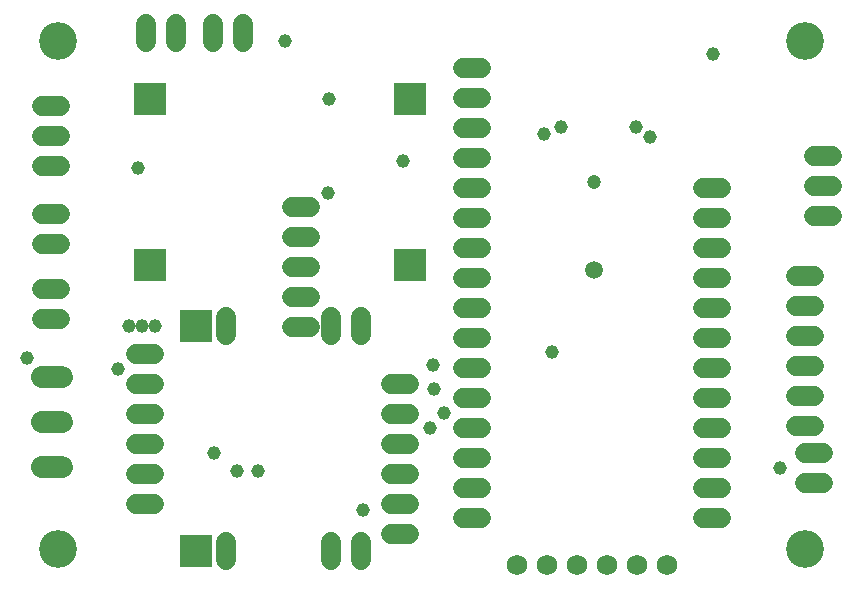
<source format=gbr>
G04 EAGLE Gerber RS-274X export*
G75*
%MOMM*%
%FSLAX34Y34*%
%LPD*%
%INSoldermask Bottom*%
%IPPOS*%
%AMOC8*
5,1,8,0,0,1.08239X$1,22.5*%
G01*
%ADD10C,1.503200*%
%ADD11C,1.203200*%
%ADD12C,1.711200*%
%ADD13R,2.743200X2.743200*%
%ADD14C,3.203200*%
%ADD15C,1.727200*%
%ADD16C,1.879600*%
%ADD17C,1.727200*%
%ADD18C,1.159600*%
%ADD19C,1.153200*%


D10*
X494900Y276200D03*
D11*
X494900Y351200D03*
D12*
X399240Y447200D02*
X384160Y447200D01*
X384160Y421800D02*
X399240Y421800D01*
X399240Y396400D02*
X384160Y396400D01*
X384160Y371000D02*
X399240Y371000D01*
X399240Y345600D02*
X384160Y345600D01*
X384160Y320200D02*
X399240Y320200D01*
X399240Y294800D02*
X384160Y294800D01*
X384160Y269400D02*
X399240Y269400D01*
X399240Y244000D02*
X384160Y244000D01*
X384160Y218600D02*
X399240Y218600D01*
X399240Y193200D02*
X384160Y193200D01*
X384160Y167800D02*
X399240Y167800D01*
X399240Y142400D02*
X384160Y142400D01*
X384160Y117000D02*
X399240Y117000D01*
X399240Y91600D02*
X384160Y91600D01*
X384160Y66200D02*
X399240Y66200D01*
X587360Y66200D02*
X602440Y66200D01*
X602440Y91600D02*
X587360Y91600D01*
X587360Y117000D02*
X602440Y117000D01*
X602440Y142400D02*
X587360Y142400D01*
X587360Y167800D02*
X602440Y167800D01*
X602440Y193200D02*
X587360Y193200D01*
X587360Y218600D02*
X602440Y218600D01*
X602440Y244000D02*
X587360Y244000D01*
X587360Y269400D02*
X602440Y269400D01*
X602440Y294800D02*
X587360Y294800D01*
X587360Y320200D02*
X602440Y320200D01*
X602440Y345600D02*
X587360Y345600D01*
X253920Y330200D02*
X238840Y330200D01*
X238840Y304800D02*
X253920Y304800D01*
X253920Y279400D02*
X238840Y279400D01*
X238840Y254000D02*
X253920Y254000D01*
X253920Y228600D02*
X238840Y228600D01*
X665560Y271780D02*
X680640Y271780D01*
X680640Y246380D02*
X665560Y246380D01*
X665560Y220980D02*
X680640Y220980D01*
X680640Y195580D02*
X665560Y195580D01*
X665560Y170180D02*
X680640Y170180D01*
X680640Y144780D02*
X665560Y144780D01*
X42440Y415056D02*
X27360Y415056D01*
X27360Y389656D02*
X42440Y389656D01*
X42440Y364256D02*
X27360Y364256D01*
X107320Y205500D02*
X122400Y205500D01*
X122400Y180100D02*
X107320Y180100D01*
X107320Y154700D02*
X122400Y154700D01*
X122400Y129300D02*
X107320Y129300D01*
X107320Y103900D02*
X122400Y103900D01*
X122400Y78500D02*
X107320Y78500D01*
X323220Y180100D02*
X338300Y180100D01*
X338300Y154700D02*
X323220Y154700D01*
X323220Y129300D02*
X338300Y129300D01*
X338300Y103900D02*
X323220Y103900D01*
X323220Y78500D02*
X338300Y78500D01*
X338300Y53100D02*
X323220Y53100D01*
X297580Y221360D02*
X297580Y236440D01*
X272180Y236440D02*
X272180Y221360D01*
X183280Y221360D02*
X183280Y236440D01*
X183280Y45940D02*
X183280Y30860D01*
X272180Y30860D02*
X272180Y45940D01*
X297580Y45940D02*
X297580Y30860D01*
D13*
X157880Y38400D03*
X157880Y228900D03*
D14*
X673000Y40000D03*
X673000Y470000D03*
X41000Y40000D03*
X41000Y470000D03*
D15*
X680636Y372892D02*
X695876Y372892D01*
X695876Y347492D02*
X680636Y347492D01*
X680636Y322092D02*
X695876Y322092D01*
D13*
X339000Y281000D03*
X339000Y421000D03*
X119000Y281000D03*
X119000Y421000D03*
D12*
X42540Y324224D02*
X27460Y324224D01*
X27460Y298824D02*
X42540Y298824D01*
X140700Y469460D02*
X140700Y484540D01*
X115300Y484540D02*
X115300Y469460D01*
X197700Y469460D02*
X197700Y484540D01*
X172300Y484540D02*
X172300Y469460D01*
X42540Y260192D02*
X27460Y260192D01*
X27460Y234792D02*
X42540Y234792D01*
D16*
X44382Y109900D02*
X27618Y109900D01*
X27618Y148000D02*
X44382Y148000D01*
X44382Y186100D02*
X27618Y186100D01*
D12*
X673572Y96300D02*
X688652Y96300D01*
X688652Y121700D02*
X673572Y121700D01*
D17*
X480568Y26924D03*
X455168Y26924D03*
X429768Y26924D03*
X505968Y26924D03*
X531368Y26924D03*
X556768Y26924D03*
D18*
X458828Y207256D03*
X542000Y389000D03*
X452460Y392048D03*
X233000Y470000D03*
X466852Y397764D03*
X530352Y397764D03*
X269748Y341376D03*
X652000Y109000D03*
X109000Y363000D03*
X91948Y193040D03*
X270000Y420888D03*
X173228Y121920D03*
X14958Y201676D03*
X332740Y368808D03*
X595376Y459740D03*
X356008Y142400D03*
X367516Y155496D03*
X359040Y175624D03*
X101000Y229000D03*
X112268Y229108D03*
X122936Y229108D03*
X192532Y106680D03*
X209804Y106680D03*
X298704Y73152D03*
D19*
X358140Y196088D03*
M02*

</source>
